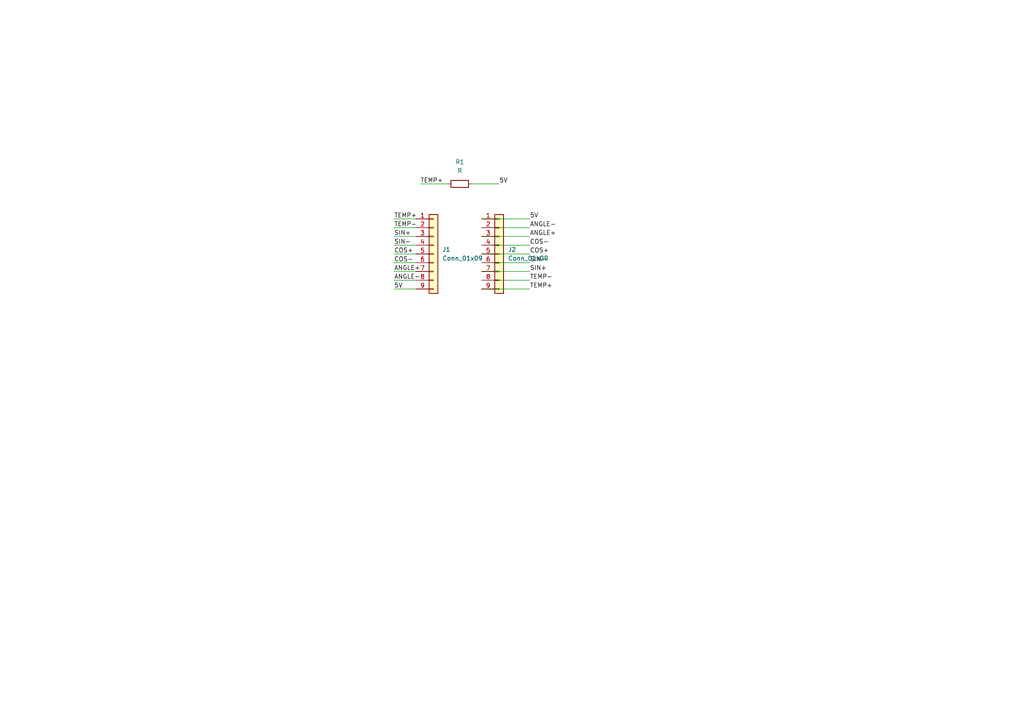
<source format=kicad_sch>
(kicad_sch (version 20211123) (generator eeschema)
  (paper "A4")
  (lib_symbols
    (symbol "Connector_Generic:Conn_01x09" (pin_names (offset 1.016) hide)
      (property "Reference" "J" (at 0 12.7 0))
      (property "Value" "Conn_01x09" (at 0 -12.7 0))
      (symbol "Conn_01x09_1_1"
        (rectangle (start -1.27 -10.033) (end 0 -10.287) (stroke (width 0.1524)))
        (rectangle (start -1.27 -7.493) (end 0 -7.747) (stroke (width 0.1524)))
        (rectangle (start -1.27 -4.953) (end 0 -5.207) (stroke (width 0.1524)))
        (rectangle (start -1.27 -2.413) (end 0 -2.667) (stroke (width 0.1524)))
        (rectangle (start -1.27 0.127) (end 0 -0.127) (stroke (width 0.1524)))
        (rectangle (start -1.27 2.667) (end 0 2.413) (stroke (width 0.1524)))
        (rectangle (start -1.27 5.207) (end 0 4.953) (stroke (width 0.1524)))
        (rectangle (start -1.27 7.747) (end 0 7.493) (stroke (width 0.1524)))
        (rectangle (start -1.27 10.287) (end 0 10.033) (stroke (width 0.1524)))
        (rectangle (start -1.27 11.43) (end 1.27 -11.43) (stroke (width 0.254)) (fill (type background)))
        (pin passive line (at -5.08 10.16 0) (length 3.81) (name "Pin_1") (number "1"))
        (pin passive line (at -5.08 7.62 0) (length 3.81) (name "Pin_2") (number "2"))
        (pin passive line (at -5.08 5.08 0) (length 3.81) (name "Pin_3") (number "3"))
        (pin passive line (at -5.08 2.54 0) (length 3.81) (name "Pin_4") (number "4"))
        (pin passive line (at -5.08 0 0) (length 3.81) (name "Pin_5") (number "5"))
        (pin passive line (at -5.08 -2.54 0) (length 3.81) (name "Pin_6") (number "6"))
        (pin passive line (at -5.08 -5.08 0) (length 3.81) (name "Pin_7") (number "7"))
        (pin passive line (at -5.08 -7.62 0) (length 3.81) (name "Pin_8") (number "8"))
        (pin passive line (at -5.08 -10.16 0) (length 3.81) (name "Pin_9") (number "9"))
      )
    )
    (symbol "Device:R" (pin_numbers hide) (pin_names (offset 0))
      (property "Reference" "R" (at 2.032 0 90))
      (property "Value" "R" (at 0 0 90))
      (symbol "R_0_1"
        (rectangle (start -1.016 -2.54) (end 1.016 2.54) (stroke (width 0.254)))
      )
      (symbol "R_1_1"
        (pin passive line (at 0 3.81 270) (length 1.27) (name "~") (number "1"))
        (pin passive line (at 0 -3.81 90) (length 1.27) (name "~") (number "2"))
      )
    )
  )
  (wire (pts (xy 139.7 76.2) (xy 153.67 76.2)))
  (wire (pts (xy 139.7 73.66) (xy 153.67 73.66)))
  (wire (pts (xy 114.3 78.74) (xy 120.65 78.74)))
  (wire (pts (xy 114.3 63.5) (xy 120.65 63.5)))
  (wire (pts (xy 139.7 68.58) (xy 153.67 68.58)))
  (wire (pts (xy 121.92 53.34) (xy 129.54 53.34)))
  (wire (pts (xy 114.3 66.04) (xy 120.65 66.04)))
  (wire (pts (xy 139.7 71.12) (xy 153.67 71.12)))
  (wire (pts (xy 139.7 81.28) (xy 153.67 81.28)))
  (wire (pts (xy 137.16 53.34) (xy 144.78 53.34)))
  (wire (pts (xy 114.3 73.66) (xy 120.65 73.66)))
  (wire (pts (xy 114.3 81.28) (xy 120.65 81.28)))
  (wire (pts (xy 114.3 76.2) (xy 120.65 76.2)))
  (wire (pts (xy 139.7 63.5) (xy 153.67 63.5)))
  (wire (pts (xy 114.3 68.58) (xy 120.65 68.58)))
  (wire (pts (xy 139.7 66.04) (xy 153.67 66.04)))
  (wire (pts (xy 139.7 83.82) (xy 153.67 83.82)))
  (wire (pts (xy 114.3 83.82) (xy 120.65 83.82)))
  (wire (pts (xy 114.3 71.12) (xy 120.65 71.12)))
  (wire (pts (xy 139.7 78.74) (xy 153.67 78.74)))
  (label "COS-" (at 114.3 76.2 0))
  (label "SIN+" (at 153.67 78.74 0))
  (label "TEMP+" (at 153.67 83.82 0))
  (label "TEMP-" (at 114.3 66.04 0))
  (label "5V" (at 144.78 53.34 0))
  (label "ANGLE+" (at 153.67 68.58 0))
  (label "COS+" (at 114.3 73.66 0))
  (label "SIN+" (at 114.3 68.58 0))
  (label "5V" (at 114.3 83.82 0))
  (label "ANGLE-" (at 114.3 81.28 0))
  (label "COS-" (at 153.67 71.12 0))
  (label "TEMP-" (at 153.67 81.28 0))
  (label "ANGLE-" (at 153.67 66.04 0))
  (label "ANGLE+" (at 114.3 78.74 0))
  (label "TEMP+" (at 114.3 63.5 0))
  (label "SIN-" (at 114.3 71.12 0))
  (label "SIN-" (at 153.67 76.2 0))
  (label "TEMP+" (at 121.92 53.34 0))
  (label "COS+" (at 153.67 73.66 0))
  (label "5V" (at 153.67 63.5 0))
  (symbol (lib_id "Connector_Generic:Conn_01x09") (at 144.78 73.66 0) (unit 1)
    (property "Reference" "J2" (at 147.32 72.3899 0) (effects (justify left)))
    (property "Value" "Conn_01x09" (at 147.32 74.9299 0) (effects (justify left)))
    (property "Footprint" "Connector_JST:JST_XH_S9B-XH-A-1_1x09_P2.50mm_Horizontal" (effects hide))
  )
  (symbol (lib_id "Connector_Generic:Conn_01x09") (at 125.73 73.66 0) (unit 1)
    (property "Reference" "J1" (at 128.27 72.3899 0) (effects (justify left)))
    (property "Value" "Conn_01x09" (at 128.27 74.9299 0) (effects (justify left)))
    (property "Footprint" "Connector_JST:JST_XH_S9B-XH-A-1_1x09_P2.50mm_Horizontal" (effects hide))
  )
  (symbol (lib_id "Device:R") (at 133.35 53.34 270) (unit 1)
    (property "Reference" "R1" (at 133.35 46.99 90))
    (property "Value" "R" (at 133.35 49.53 90))
    (property "Footprint" "Resistor_SMD:R_0603_1608Metric_Pad0.98x0.95mm_HandSolder" (effects hide))
  )
)
</source>
